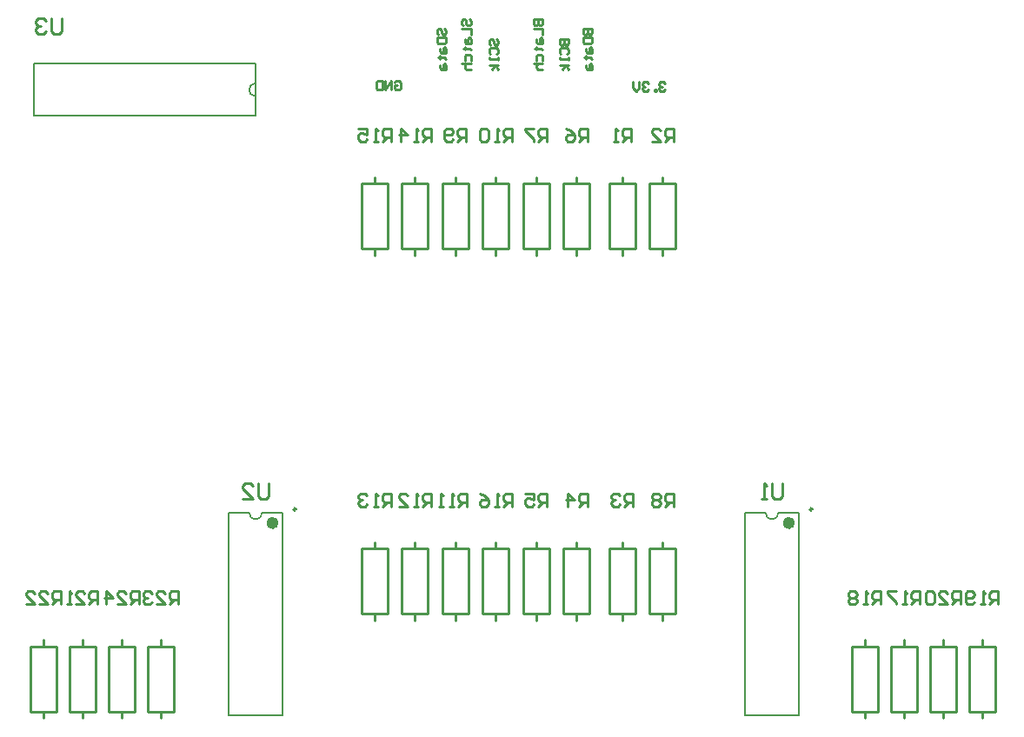
<source format=gbo>
G04*
G04 #@! TF.GenerationSoftware,Altium Limited,CircuitMaker,2.2.1 (6)*
G04*
G04 Layer_Color=13813960*
%FSLAX25Y25*%
%MOIN*%
G70*
G04*
G04 #@! TF.SameCoordinates,C7A46A66-803E-4EFA-A11E-2D709BABBFBD*
G04*
G04*
G04 #@! TF.FilePolarity,Positive*
G04*
G01*
G75*
%ADD10C,0.01000*%
%ADD30C,0.02362*%
%ADD31C,0.00984*%
%ADD32C,0.00787*%
%ADD33C,0.00800*%
D10*
X595000Y205000D02*
Y207500D01*
Y180000D02*
X600000D01*
Y205000D01*
X595000Y177500D02*
Y180000D01*
X590000D02*
X595000D01*
X590000Y205000D02*
X600000D01*
X590000Y180000D02*
Y205000D01*
X580000D02*
Y207500D01*
Y180000D02*
X585000D01*
Y205000D01*
X580000Y177500D02*
Y180000D01*
X575000D02*
X580000D01*
X575000Y205000D02*
X585000D01*
X575000Y180000D02*
Y205000D01*
X565000D02*
Y207500D01*
Y180000D02*
X570000D01*
Y205000D01*
X565000Y177500D02*
Y180000D01*
X560000D02*
X565000D01*
X560000Y205000D02*
X570000D01*
X560000Y180000D02*
Y205000D01*
X550000D02*
Y207500D01*
Y180000D02*
X555000D01*
Y205000D01*
X550000Y177500D02*
Y180000D01*
X545000D02*
X550000D01*
X545000Y205000D02*
X555000D01*
X545000Y180000D02*
Y205000D01*
X424100Y382500D02*
Y385000D01*
Y357500D02*
X429100D01*
Y382500D01*
X424100Y355000D02*
Y357500D01*
X419100D02*
X424100D01*
X419100Y382500D02*
X429100D01*
X419100Y357500D02*
Y382500D01*
X457100Y215000D02*
Y217500D01*
X452100Y242500D02*
X457100D01*
X452100Y217500D02*
Y242500D01*
X457100D02*
Y245000D01*
Y242500D02*
X462100D01*
X452100Y217500D02*
X462100D01*
Y242500D01*
X362100Y382500D02*
Y385000D01*
Y357500D02*
X367100D01*
Y382500D01*
X362100Y355000D02*
Y357500D01*
X357100D02*
X362100D01*
X357100Y382500D02*
X367100D01*
X357100Y357500D02*
Y382500D01*
X377600D02*
Y385000D01*
Y357500D02*
X382600D01*
Y382500D01*
X377600Y355000D02*
Y357500D01*
X372600D02*
X377600D01*
X372600Y382500D02*
X382600D01*
X372600Y357500D02*
Y382500D01*
X393100D02*
Y385000D01*
Y357500D02*
X398100D01*
Y382500D01*
X393100Y355000D02*
Y357500D01*
X388100D02*
X393100D01*
X388100Y382500D02*
X398100D01*
X388100Y357500D02*
Y382500D01*
X408600D02*
Y385000D01*
Y357500D02*
X413600D01*
Y382500D01*
X408600Y355000D02*
Y357500D01*
X403600D02*
X408600D01*
X403600Y382500D02*
X413600D01*
X403600Y357500D02*
Y382500D01*
X439600D02*
Y385000D01*
Y357500D02*
X444600D01*
Y382500D01*
X439600Y355000D02*
Y357500D01*
X434600D02*
X439600D01*
X434600Y382500D02*
X444600D01*
X434600Y357500D02*
Y382500D01*
X457100D02*
Y385000D01*
Y357500D02*
X462100D01*
Y382500D01*
X457100Y355000D02*
Y357500D01*
X452100D02*
X457100D01*
X452100Y382500D02*
X462100D01*
X452100Y357500D02*
Y382500D01*
X472600D02*
Y385000D01*
Y357500D02*
X477600D01*
Y382500D01*
X472600Y355000D02*
Y357500D01*
X467600D02*
X472600D01*
X467600Y382500D02*
X477600D01*
X467600Y357500D02*
Y382500D01*
X477600Y217500D02*
Y242500D01*
X467600Y217500D02*
X477600D01*
X472600Y242500D02*
X477600D01*
X472600D02*
Y245000D01*
X467600Y217500D02*
Y242500D01*
X472600D01*
Y215000D02*
Y217500D01*
X439600Y215000D02*
Y217500D01*
X434600Y242500D02*
X439600D01*
X434600Y217500D02*
Y242500D01*
X439600D02*
Y245000D01*
Y242500D02*
X444600D01*
X434600Y217500D02*
X444600D01*
Y242500D01*
X424100Y215000D02*
Y217500D01*
X419100Y242500D02*
X424100D01*
X419100Y217500D02*
Y242500D01*
X424100D02*
Y245000D01*
Y242500D02*
X429100D01*
X419100Y217500D02*
X429100D01*
Y242500D01*
X408600Y215000D02*
Y217500D01*
X403600Y242500D02*
X408600D01*
X403600Y217500D02*
Y242500D01*
X408600D02*
Y245000D01*
Y242500D02*
X413600D01*
X403600Y217500D02*
X413600D01*
Y242500D01*
X393100Y215000D02*
Y217500D01*
X388100Y242500D02*
X393100D01*
X388100Y217500D02*
Y242500D01*
X393100D02*
Y245000D01*
Y242500D02*
X398100D01*
X388100Y217500D02*
X398100D01*
Y242500D01*
X377600Y215000D02*
Y217500D01*
X372600Y242500D02*
X377600D01*
X372600Y217500D02*
Y242500D01*
X377600D02*
Y245000D01*
Y242500D02*
X382600D01*
X372600Y217500D02*
X382600D01*
Y242500D01*
X362100Y215000D02*
Y217500D01*
X357100Y242500D02*
X362100D01*
X357100Y217500D02*
Y242500D01*
X362100D02*
Y245000D01*
Y242500D02*
X367100D01*
X357100Y217500D02*
X367100D01*
Y242500D01*
X230000Y180000D02*
Y205000D01*
X240000D01*
X230000Y180000D02*
X235000D01*
Y177500D02*
Y180000D01*
X240000D02*
Y205000D01*
X235000Y180000D02*
X240000D01*
X235000Y205000D02*
Y207500D01*
X245000Y180000D02*
Y205000D01*
X255000D01*
X245000Y180000D02*
X250000D01*
Y177500D02*
Y180000D01*
X255000D02*
Y205000D01*
X250000Y180000D02*
X255000D01*
X250000Y205000D02*
Y207500D01*
X260000Y180000D02*
Y205000D01*
X270000D01*
X260000Y180000D02*
X265000D01*
Y177500D02*
Y180000D01*
X270000D02*
Y205000D01*
X265000Y180000D02*
X270000D01*
X265000Y205000D02*
Y207500D01*
X275000Y180000D02*
Y205000D01*
X285000D01*
X275000Y180000D02*
X280000D01*
Y177500D02*
Y180000D01*
X285000D02*
Y205000D01*
X280000Y180000D02*
X285000D01*
X280000Y205000D02*
Y207500D01*
X442001Y442000D02*
X445500D01*
Y440251D01*
X444917Y439667D01*
X444334D01*
X443751Y440251D01*
Y442000D01*
Y440251D01*
X443167Y439667D01*
X442584D01*
X442001Y440251D01*
Y442000D01*
Y438501D02*
X445500D01*
Y436752D01*
X444917Y436168D01*
X442584D01*
X442001Y436752D01*
Y438501D01*
X443167Y434419D02*
Y433253D01*
X443751Y432670D01*
X445500D01*
Y434419D01*
X444917Y435002D01*
X444334Y434419D01*
Y432670D01*
X442584Y430920D02*
X443167D01*
Y431503D01*
Y430337D01*
Y430920D01*
X444917D01*
X445500Y430337D01*
X443167Y428005D02*
Y426838D01*
X443751Y426255D01*
X445500D01*
Y428005D01*
X444917Y428588D01*
X444334Y428005D01*
Y426255D01*
X423001Y445500D02*
X426500D01*
Y443751D01*
X425917Y443167D01*
X425334D01*
X424751Y443751D01*
Y445500D01*
Y443751D01*
X424167Y443167D01*
X423584D01*
X423001Y443751D01*
Y445500D01*
Y442001D02*
X426500D01*
Y439669D01*
X424167Y437919D02*
Y436753D01*
X424751Y436170D01*
X426500D01*
Y437919D01*
X425917Y438502D01*
X425334Y437919D01*
Y436170D01*
X423584Y434420D02*
X424167D01*
Y435003D01*
Y433837D01*
Y434420D01*
X425917D01*
X426500Y433837D01*
X424167Y429755D02*
Y431504D01*
X424751Y432088D01*
X425917D01*
X426500Y431504D01*
Y429755D01*
X423001Y428589D02*
X426500D01*
X424751D01*
X424167Y428006D01*
Y426839D01*
X424751Y426256D01*
X426500D01*
X433001Y438000D02*
X436500D01*
Y436251D01*
X435917Y435667D01*
X435334D01*
X434751Y436251D01*
Y438000D01*
Y436251D01*
X434167Y435667D01*
X433584D01*
X433001Y436251D01*
Y438000D01*
X433584Y432168D02*
X433001Y432752D01*
Y433918D01*
X433584Y434501D01*
X435917D01*
X436500Y433918D01*
Y432752D01*
X435917Y432168D01*
X436500Y431002D02*
Y429836D01*
Y430419D01*
X433001D01*
Y431002D01*
X436500Y428087D02*
X433001D01*
X435334D02*
X434167Y426337D01*
X435334Y428087D02*
X436500Y426337D01*
X386584Y439667D02*
X386001Y440251D01*
Y441417D01*
X386584Y442000D01*
X387167D01*
X387751Y441417D01*
Y440251D01*
X388334Y439667D01*
X388917D01*
X389500Y440251D01*
Y441417D01*
X388917Y442000D01*
X386001Y438501D02*
X389500D01*
Y436752D01*
X388917Y436168D01*
X386584D01*
X386001Y436752D01*
Y438501D01*
X387167Y434419D02*
Y433253D01*
X387751Y432670D01*
X389500D01*
Y434419D01*
X388917Y435002D01*
X388334Y434419D01*
Y432670D01*
X386584Y430920D02*
X387167D01*
Y431503D01*
Y430337D01*
Y430920D01*
X388917D01*
X389500Y430337D01*
X387167Y428005D02*
Y426838D01*
X387751Y426255D01*
X389500D01*
Y428005D01*
X388917Y428588D01*
X388334Y428005D01*
Y426255D01*
X396084Y443167D02*
X395501Y443751D01*
Y444917D01*
X396084Y445500D01*
X396667D01*
X397251Y444917D01*
Y443751D01*
X397834Y443167D01*
X398417D01*
X399000Y443751D01*
Y444917D01*
X398417Y445500D01*
X395501Y442001D02*
X399000D01*
Y439669D01*
X396667Y437919D02*
Y436753D01*
X397251Y436170D01*
X399000D01*
Y437919D01*
X398417Y438502D01*
X397834Y437919D01*
Y436170D01*
X396084Y434420D02*
X396667D01*
Y435003D01*
Y433837D01*
Y434420D01*
X398417D01*
X399000Y433837D01*
X396667Y429755D02*
Y431504D01*
X397251Y432088D01*
X398417D01*
X399000Y431504D01*
Y429755D01*
X395501Y428589D02*
X399000D01*
X397251D01*
X396667Y428006D01*
Y426839D01*
X397251Y426256D01*
X399000D01*
X406584Y435667D02*
X406001Y436251D01*
Y437417D01*
X406584Y438000D01*
X407167D01*
X407751Y437417D01*
Y436251D01*
X408334Y435667D01*
X408917D01*
X409500Y436251D01*
Y437417D01*
X408917Y438000D01*
X406584Y432168D02*
X406001Y432752D01*
Y433918D01*
X406584Y434501D01*
X408917D01*
X409500Y433918D01*
Y432752D01*
X408917Y432168D01*
X409500Y431002D02*
Y429836D01*
Y430419D01*
X406001D01*
Y431002D01*
X409500Y428087D02*
X406001D01*
X408334D02*
X407167Y426337D01*
X408334Y428087D02*
X409500Y426337D01*
X473500Y420916D02*
X472917Y421499D01*
X471751D01*
X471167Y420916D01*
Y420333D01*
X471751Y419749D01*
X472334D01*
X471751D01*
X471167Y419166D01*
Y418583D01*
X471751Y418000D01*
X472917D01*
X473500Y418583D01*
X470001Y418000D02*
Y418583D01*
X469418D01*
Y418000D01*
X470001D01*
X467085Y420916D02*
X466502Y421499D01*
X465336D01*
X464753Y420916D01*
Y420333D01*
X465336Y419749D01*
X465919D01*
X465336D01*
X464753Y419166D01*
Y418583D01*
X465336Y418000D01*
X466502D01*
X467085Y418583D01*
X463587Y421499D02*
Y419166D01*
X462420Y418000D01*
X461254Y419166D01*
Y421499D01*
X369667Y421416D02*
X370251Y421999D01*
X371417D01*
X372000Y421416D01*
Y419083D01*
X371417Y418500D01*
X370251D01*
X369667Y419083D01*
Y420249D01*
X370834D01*
X368501Y418500D02*
Y421999D01*
X366169Y418500D01*
Y421999D01*
X365002D02*
Y418500D01*
X363253D01*
X362670Y419083D01*
Y421416D01*
X363253Y421999D01*
X365002D01*
X242100Y445898D02*
Y440900D01*
X241100Y439900D01*
X239101D01*
X238101Y440900D01*
Y445898D01*
X236102Y444898D02*
X235102Y445898D01*
X233103D01*
X232103Y444898D01*
Y443899D01*
X233103Y442899D01*
X234103D01*
X233103D01*
X232103Y441899D01*
Y440900D01*
X233103Y439900D01*
X235102D01*
X236102Y440900D01*
X321498Y267598D02*
Y262600D01*
X320499Y261600D01*
X318499D01*
X317500Y262600D01*
Y267598D01*
X311502Y261600D02*
X315500D01*
X311502Y265599D01*
Y266598D01*
X312501Y267598D01*
X314501D01*
X315500Y266598D01*
X518499Y267598D02*
Y262600D01*
X517499Y261600D01*
X515500D01*
X514500Y262600D01*
Y267598D01*
X512501Y261600D02*
X510501D01*
X511501D01*
Y267598D01*
X512501Y266598D01*
X271665Y221100D02*
Y226098D01*
X269165D01*
X268332Y225265D01*
Y223599D01*
X269165Y222766D01*
X271665D01*
X269998D02*
X268332Y221100D01*
X263334D02*
X266666D01*
X263334Y224432D01*
Y225265D01*
X264167Y226098D01*
X265833D01*
X266666Y225265D01*
X259169Y221100D02*
Y226098D01*
X261668Y223599D01*
X258335D01*
X286665Y221100D02*
Y226098D01*
X284165D01*
X283332Y225265D01*
Y223599D01*
X284165Y222766D01*
X286665D01*
X284998D02*
X283332Y221100D01*
X278334D02*
X281666D01*
X278334Y224432D01*
Y225265D01*
X279167Y226098D01*
X280833D01*
X281666Y225265D01*
X276668D02*
X275835Y226098D01*
X274169D01*
X273336Y225265D01*
Y224432D01*
X274169Y223599D01*
X275002D01*
X274169D01*
X273336Y222766D01*
Y221933D01*
X274169Y221100D01*
X275835D01*
X276668Y221933D01*
X241665Y221100D02*
Y226098D01*
X239165D01*
X238332Y225265D01*
Y223599D01*
X239165Y222766D01*
X241665D01*
X239998D02*
X238332Y221100D01*
X233334D02*
X236666D01*
X233334Y224432D01*
Y225265D01*
X234167Y226098D01*
X235833D01*
X236666Y225265D01*
X228335Y221100D02*
X231668D01*
X228335Y224432D01*
Y225265D01*
X229169Y226098D01*
X230835D01*
X231668Y225265D01*
X255831Y221100D02*
Y226098D01*
X253332D01*
X252499Y225265D01*
Y223599D01*
X253332Y222766D01*
X255831D01*
X254165D02*
X252499Y221100D01*
X247501D02*
X250833D01*
X247501Y224432D01*
Y225265D01*
X248334Y226098D01*
X250000D01*
X250833Y225265D01*
X245835Y221100D02*
X244169D01*
X245002D01*
Y226098D01*
X245835Y225265D01*
X586664Y221100D02*
Y226098D01*
X584165D01*
X583332Y225265D01*
Y223599D01*
X584165Y222766D01*
X586664D01*
X584998D02*
X583332Y221100D01*
X578334D02*
X581666D01*
X578334Y224432D01*
Y225265D01*
X579167Y226098D01*
X580833D01*
X581666Y225265D01*
X576668D02*
X575835Y226098D01*
X574169D01*
X573336Y225265D01*
Y221933D01*
X574169Y221100D01*
X575835D01*
X576668Y221933D01*
Y225265D01*
X601248Y221100D02*
Y226098D01*
X598749D01*
X597916Y225265D01*
Y223599D01*
X598749Y222766D01*
X601248D01*
X599582D02*
X597916Y221100D01*
X596250D02*
X594584D01*
X595416D01*
Y226098D01*
X596250Y225265D01*
X592084Y221933D02*
X591251Y221100D01*
X589585D01*
X588752Y221933D01*
Y225265D01*
X589585Y226098D01*
X591251D01*
X592084Y225265D01*
Y224432D01*
X591251Y223599D01*
X588752D01*
X556248Y221100D02*
Y226098D01*
X553749D01*
X552916Y225265D01*
Y223599D01*
X553749Y222766D01*
X556248D01*
X554582D02*
X552916Y221100D01*
X551250D02*
X549583D01*
X550417D01*
Y226098D01*
X551250Y225265D01*
X547084D02*
X546251Y226098D01*
X544585D01*
X543752Y225265D01*
Y224432D01*
X544585Y223599D01*
X543752Y222766D01*
Y221933D01*
X544585Y221100D01*
X546251D01*
X547084Y221933D01*
Y222766D01*
X546251Y223599D01*
X547084Y224432D01*
Y225265D01*
X546251Y223599D02*
X544585D01*
X571248Y221100D02*
Y226098D01*
X568749D01*
X567916Y225265D01*
Y223599D01*
X568749Y222766D01*
X571248D01*
X569582D02*
X567916Y221100D01*
X566250D02*
X564583D01*
X565416D01*
Y226098D01*
X566250Y225265D01*
X562084Y226098D02*
X558752D01*
Y225265D01*
X562084Y221933D01*
Y221100D01*
X414848Y258600D02*
Y263598D01*
X412349D01*
X411516Y262765D01*
Y261099D01*
X412349Y260266D01*
X414848D01*
X413182D02*
X411516Y258600D01*
X409850D02*
X408183D01*
X409017D01*
Y263598D01*
X409850Y262765D01*
X402352Y263598D02*
X404018Y262765D01*
X405684Y261099D01*
Y259433D01*
X404851Y258600D01*
X403185D01*
X402352Y259433D01*
Y260266D01*
X403185Y261099D01*
X405684D01*
X368348Y398600D02*
Y403598D01*
X365849D01*
X365016Y402765D01*
Y401099D01*
X365849Y400266D01*
X368348D01*
X366682D02*
X365016Y398600D01*
X363350D02*
X361684D01*
X362516D01*
Y403598D01*
X363350Y402765D01*
X355852Y403598D02*
X359184D01*
Y401099D01*
X357518Y401932D01*
X356685D01*
X355852Y401099D01*
Y399433D01*
X356685Y398600D01*
X358351D01*
X359184Y399433D01*
X383848Y398600D02*
Y403598D01*
X381349D01*
X380516Y402765D01*
Y401099D01*
X381349Y400266D01*
X383848D01*
X382182D02*
X380516Y398600D01*
X378850D02*
X377184D01*
X378016D01*
Y403598D01*
X378850Y402765D01*
X372185Y398600D02*
Y403598D01*
X374684Y401099D01*
X371352D01*
X368348Y258600D02*
Y263598D01*
X365849D01*
X365016Y262765D01*
Y261099D01*
X365849Y260266D01*
X368348D01*
X366682D02*
X365016Y258600D01*
X363350D02*
X361684D01*
X362516D01*
Y263598D01*
X363350Y262765D01*
X359184D02*
X358351Y263598D01*
X356685D01*
X355852Y262765D01*
Y261932D01*
X356685Y261099D01*
X357518D01*
X356685D01*
X355852Y260266D01*
Y259433D01*
X356685Y258600D01*
X358351D01*
X359184Y259433D01*
X383848Y258600D02*
Y263598D01*
X381349D01*
X380516Y262765D01*
Y261099D01*
X381349Y260266D01*
X383848D01*
X382182D02*
X380516Y258600D01*
X378850D02*
X377184D01*
X378016D01*
Y263598D01*
X378850Y262765D01*
X371352Y258600D02*
X374684D01*
X371352Y261932D01*
Y262765D01*
X372185Y263598D01*
X373851D01*
X374684Y262765D01*
X397515Y258600D02*
Y263598D01*
X395016D01*
X394183Y262765D01*
Y261099D01*
X395016Y260266D01*
X397515D01*
X395849D02*
X394183Y258600D01*
X392516D02*
X390850D01*
X391684D01*
Y263598D01*
X392516Y262765D01*
X388351Y258600D02*
X386685D01*
X387518D01*
Y263598D01*
X388351Y262765D01*
X414848Y398600D02*
Y403598D01*
X412349D01*
X411516Y402765D01*
Y401099D01*
X412349Y400266D01*
X414848D01*
X413182D02*
X411516Y398600D01*
X409850D02*
X408183D01*
X409017D01*
Y403598D01*
X409850Y402765D01*
X405684D02*
X404851Y403598D01*
X403185D01*
X402352Y402765D01*
Y399433D01*
X403185Y398600D01*
X404851D01*
X405684Y399433D01*
Y402765D01*
X397265Y398600D02*
Y403598D01*
X394766D01*
X393933Y402765D01*
Y401099D01*
X394766Y400266D01*
X397265D01*
X395599D02*
X393933Y398600D01*
X392267Y399433D02*
X391434Y398600D01*
X389768D01*
X388935Y399433D01*
Y402765D01*
X389768Y403598D01*
X391434D01*
X392267Y402765D01*
Y401932D01*
X391434Y401099D01*
X388935D01*
X476765Y258600D02*
Y263598D01*
X474266D01*
X473433Y262765D01*
Y261099D01*
X474266Y260266D01*
X476765D01*
X475099D02*
X473433Y258600D01*
X471767Y262765D02*
X470934Y263598D01*
X469268D01*
X468435Y262765D01*
Y261932D01*
X469268Y261099D01*
X468435Y260266D01*
Y259433D01*
X469268Y258600D01*
X470934D01*
X471767Y259433D01*
Y260266D01*
X470934Y261099D01*
X471767Y261932D01*
Y262765D01*
X470934Y261099D02*
X469268D01*
X428265Y398600D02*
Y403598D01*
X425766D01*
X424933Y402765D01*
Y401099D01*
X425766Y400266D01*
X428265D01*
X426599D02*
X424933Y398600D01*
X423267Y403598D02*
X419935D01*
Y402765D01*
X423267Y399433D01*
Y398600D01*
X443765D02*
Y403598D01*
X441266D01*
X440433Y402765D01*
Y401099D01*
X441266Y400266D01*
X443765D01*
X442099D02*
X440433Y398600D01*
X435435Y403598D02*
X437101Y402765D01*
X438767Y401099D01*
Y399433D01*
X437934Y398600D01*
X436268D01*
X435435Y399433D01*
Y400266D01*
X436268Y401099D01*
X438767D01*
X428265Y258600D02*
Y263598D01*
X425766D01*
X424933Y262765D01*
Y261099D01*
X425766Y260266D01*
X428265D01*
X426599D02*
X424933Y258600D01*
X419935Y263598D02*
X423267D01*
Y261099D01*
X421601Y261932D01*
X420768D01*
X419935Y261099D01*
Y259433D01*
X420768Y258600D01*
X422434D01*
X423267Y259433D01*
X443765Y258600D02*
Y263598D01*
X441266D01*
X440433Y262765D01*
Y261099D01*
X441266Y260266D01*
X443765D01*
X442099D02*
X440433Y258600D01*
X436268D02*
Y263598D01*
X438767Y261099D01*
X435435D01*
X461265Y258600D02*
Y263598D01*
X458766D01*
X457933Y262765D01*
Y261099D01*
X458766Y260266D01*
X461265D01*
X459599D02*
X457933Y258600D01*
X456267Y262765D02*
X455434Y263598D01*
X453768D01*
X452935Y262765D01*
Y261932D01*
X453768Y261099D01*
X454601D01*
X453768D01*
X452935Y260266D01*
Y259433D01*
X453768Y258600D01*
X455434D01*
X456267Y259433D01*
X476765Y398600D02*
Y403598D01*
X474266D01*
X473433Y402765D01*
Y401099D01*
X474266Y400266D01*
X476765D01*
X475099D02*
X473433Y398600D01*
X468435D02*
X471767D01*
X468435Y401932D01*
Y402765D01*
X469268Y403598D01*
X470934D01*
X471767Y402765D01*
X460432Y398600D02*
Y403598D01*
X457933D01*
X457100Y402765D01*
Y401099D01*
X457933Y400266D01*
X460432D01*
X458766D02*
X457100Y398600D01*
X455434D02*
X453768D01*
X454601D01*
Y403598D01*
X455434Y402765D01*
D30*
X324177Y252343D02*
G03*
X324177Y252343I-1181J0D01*
G01*
X522177D02*
G03*
X522177Y252343I-1181J0D01*
G01*
D31*
X331992Y257618D02*
G03*
X331992Y257618I-492J0D01*
G01*
X529992D02*
G03*
X529992Y257618I-492J0D01*
G01*
D32*
X314000Y256279D02*
G03*
X319000Y256279I2500J0D01*
G01*
X512000D02*
G03*
X517000Y256279I2500J0D01*
G01*
X306067Y178720D02*
X326933D01*
X306067Y256279D02*
X314000D01*
X319000D02*
X326933D01*
X306067Y178720D02*
Y256279D01*
X326933Y178720D02*
Y256279D01*
X504067Y178720D02*
X524933D01*
X504067Y256279D02*
X512000D01*
X517000D02*
X524933D01*
X504067Y178720D02*
Y256279D01*
X524933Y178720D02*
Y256279D01*
D33*
X316500Y421000D02*
G03*
X316500Y416000I0J-2500D01*
G01*
Y408500D02*
Y428500D01*
X231500D02*
X316500D01*
X231500Y408500D02*
Y428500D01*
Y408500D02*
X316500D01*
M02*

</source>
